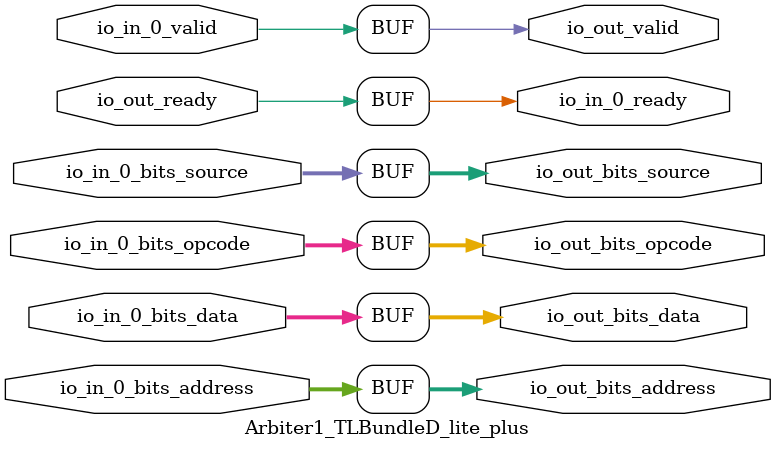
<source format=sv>
`ifndef RANDOMIZE
  `ifdef RANDOMIZE_MEM_INIT
    `define RANDOMIZE
  `endif // RANDOMIZE_MEM_INIT
`endif // not def RANDOMIZE
`ifndef RANDOMIZE
  `ifdef RANDOMIZE_REG_INIT
    `define RANDOMIZE
  `endif // RANDOMIZE_REG_INIT
`endif // not def RANDOMIZE

`ifndef RANDOM
  `define RANDOM $random
`endif // not def RANDOM

// Users can define INIT_RANDOM as general code that gets injected into the
// initializer block for modules with registers.
`ifndef INIT_RANDOM
  `define INIT_RANDOM
`endif // not def INIT_RANDOM

// If using random initialization, you can also define RANDOMIZE_DELAY to
// customize the delay used, otherwise 0.002 is used.
`ifndef RANDOMIZE_DELAY
  `define RANDOMIZE_DELAY 0.002
`endif // not def RANDOMIZE_DELAY

// Define INIT_RANDOM_PROLOG_ for use in our modules below.
`ifndef INIT_RANDOM_PROLOG_
  `ifdef RANDOMIZE
    `ifdef VERILATOR
      `define INIT_RANDOM_PROLOG_ `INIT_RANDOM
    `else  // VERILATOR
      `define INIT_RANDOM_PROLOG_ `INIT_RANDOM #`RANDOMIZE_DELAY begin end
    `endif // VERILATOR
  `else  // RANDOMIZE
    `define INIT_RANDOM_PROLOG_
  `endif // RANDOMIZE
`endif // not def INIT_RANDOM_PROLOG_

// Include register initializers in init blocks unless synthesis is set
`ifndef SYNTHESIS
  `ifndef ENABLE_INITIAL_REG_
    `define ENABLE_INITIAL_REG_
  `endif // not def ENABLE_INITIAL_REG_
`endif // not def SYNTHESIS

// Include rmemory initializers in init blocks unless synthesis is set
`ifndef SYNTHESIS
  `ifndef ENABLE_INITIAL_MEM_
    `define ENABLE_INITIAL_MEM_
  `endif // not def ENABLE_INITIAL_MEM_
`endif // not def SYNTHESIS

// Standard header to adapt well known macros for prints and assertions.

// Users can define 'PRINTF_COND' to add an extra gate to prints.
`ifndef PRINTF_COND_
  `ifdef PRINTF_COND
    `define PRINTF_COND_ (`PRINTF_COND)
  `else  // PRINTF_COND
    `define PRINTF_COND_ 1
  `endif // PRINTF_COND
`endif // not def PRINTF_COND_

// Users can define 'ASSERT_VERBOSE_COND' to add an extra gate to assert error printing.
`ifndef ASSERT_VERBOSE_COND_
  `ifdef ASSERT_VERBOSE_COND
    `define ASSERT_VERBOSE_COND_ (`ASSERT_VERBOSE_COND)
  `else  // ASSERT_VERBOSE_COND
    `define ASSERT_VERBOSE_COND_ 1
  `endif // ASSERT_VERBOSE_COND
`endif // not def ASSERT_VERBOSE_COND_

// Users can define 'STOP_COND' to add an extra gate to stop conditions.
`ifndef STOP_COND_
  `ifdef STOP_COND
    `define STOP_COND_ (`STOP_COND)
  `else  // STOP_COND
    `define STOP_COND_ 1
  `endif // STOP_COND
`endif // not def STOP_COND_

module Arbiter1_TLBundleD_lite_plus(	// src/main/scala/chisel3/util/Arbiter.scala:133:7
  output          io_in_0_ready,	// src/main/scala/chisel3/util/Arbiter.scala:140:14
  input           io_in_0_valid,	// src/main/scala/chisel3/util/Arbiter.scala:140:14
  input  [2:0]    io_in_0_bits_opcode,	// src/main/scala/chisel3/util/Arbiter.scala:140:14
  input  [15:0]   io_in_0_bits_source,	// src/main/scala/chisel3/util/Arbiter.scala:140:14
  input  [1023:0] io_in_0_bits_data,	// src/main/scala/chisel3/util/Arbiter.scala:140:14
  input  [31:0]   io_in_0_bits_address,	// src/main/scala/chisel3/util/Arbiter.scala:140:14
  input           io_out_ready,	// src/main/scala/chisel3/util/Arbiter.scala:140:14
  output          io_out_valid,	// src/main/scala/chisel3/util/Arbiter.scala:140:14
  output [2:0]    io_out_bits_opcode,	// src/main/scala/chisel3/util/Arbiter.scala:140:14
  output [15:0]   io_out_bits_source,	// src/main/scala/chisel3/util/Arbiter.scala:140:14
  output [1023:0] io_out_bits_data,	// src/main/scala/chisel3/util/Arbiter.scala:140:14
  output [31:0]   io_out_bits_address	// src/main/scala/chisel3/util/Arbiter.scala:140:14
);

  assign io_in_0_ready = io_out_ready;	// src/main/scala/chisel3/util/Arbiter.scala:133:7
  assign io_out_valid = io_in_0_valid;	// src/main/scala/chisel3/util/Arbiter.scala:133:7
  assign io_out_bits_opcode = io_in_0_bits_opcode;	// src/main/scala/chisel3/util/Arbiter.scala:133:7
  assign io_out_bits_source = io_in_0_bits_source;	// src/main/scala/chisel3/util/Arbiter.scala:133:7
  assign io_out_bits_data = io_in_0_bits_data;	// src/main/scala/chisel3/util/Arbiter.scala:133:7
  assign io_out_bits_address = io_in_0_bits_address;	// src/main/scala/chisel3/util/Arbiter.scala:133:7
endmodule


</source>
